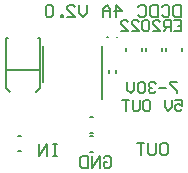
<source format=gbo>
G04*
G04 #@! TF.GenerationSoftware,Altium Limited,Altium Designer,20.0.7 (75)*
G04*
G04 Layer_Color=32896*
%FSLAX44Y44*%
%MOMM*%
G71*
G01*
G75*
%ADD10C,0.1500*%
%ADD11C,0.2000*%
%ADD35C,0.2032*%
%ADD36C,0.1800*%
D10*
X86502Y89609D02*
Y134849D01*
X36718Y104369D02*
Y134849D01*
D11*
X76250Y58250D02*
X78750D01*
X76250Y44750D02*
X78750D01*
X76250Y75000D02*
X78750D01*
X76250Y61500D02*
X78750D01*
X15750Y45500D02*
X18250D01*
X15750Y59000D02*
X18250D01*
X123860Y130359D02*
Y132859D01*
X137360Y130359D02*
Y132859D01*
X106860Y130359D02*
Y132859D01*
X120360Y130359D02*
Y132859D01*
X90983Y142108D02*
X91360Y142109D01*
X98860D02*
X99237Y142110D01*
X92110Y111609D02*
Y114609D01*
X98110Y111609D02*
Y114609D01*
X140860Y130359D02*
Y132859D01*
X154360Y130359D02*
Y132859D01*
X137502Y52747D02*
X140834D01*
X142500Y51081D01*
Y44416D01*
X140834Y42750D01*
X137502D01*
X135836Y44416D01*
Y51081D01*
X137502Y52747D01*
X132503D02*
Y44416D01*
X130837Y42750D01*
X127505D01*
X125839Y44416D01*
Y52747D01*
X122506D02*
X115842D01*
X119174D01*
Y42750D01*
X87836Y40081D02*
X89502Y41747D01*
X92834D01*
X94500Y40081D01*
Y33416D01*
X92834Y31750D01*
X89502D01*
X87836Y33416D01*
Y36748D01*
X91168D01*
X84503Y31750D02*
Y41747D01*
X77839Y31750D01*
Y41747D01*
X74506D02*
Y31750D01*
X69508D01*
X67842Y33416D01*
Y40081D01*
X69508Y41747D01*
X74506D01*
X48500Y51747D02*
X45168D01*
X46834D01*
Y41750D01*
X48500D01*
X45168D01*
X40169D02*
Y51747D01*
X33505Y41750D01*
Y51747D01*
D35*
X34210Y98959D02*
Y100829D01*
X30860Y95609D02*
X34210Y98959D01*
X5010D02*
Y100829D01*
Y98959D02*
X8360Y95609D01*
X32310Y141609D02*
X34210D01*
X5010D02*
X6910D01*
X5010Y100829D02*
Y141609D01*
X34210Y100829D02*
Y141609D01*
X5010Y114359D02*
X34210D01*
D36*
X149993Y103914D02*
X143995D01*
Y102414D01*
X149993Y96416D01*
Y94916D01*
X140996Y99415D02*
X134998D01*
X131999Y102414D02*
X130499Y103914D01*
X127500D01*
X126001Y102414D01*
Y100915D01*
X127500Y99415D01*
X129000D01*
X127500D01*
X126001Y97915D01*
Y96416D01*
X127500Y94916D01*
X130499D01*
X131999Y96416D01*
X123002Y102414D02*
X121502Y103914D01*
X118503D01*
X117004Y102414D01*
Y96416D01*
X118503Y94916D01*
X121502D01*
X123002Y96416D01*
Y102414D01*
X114005Y103914D02*
Y97915D01*
X111006Y94916D01*
X108007Y97915D01*
Y103914D01*
X148494Y88797D02*
X154492D01*
Y84298D01*
X151493Y85798D01*
X149993D01*
X148494Y84298D01*
Y81299D01*
X149993Y79800D01*
X152992D01*
X154492Y81299D01*
X145495Y88797D02*
Y82799D01*
X142496Y79800D01*
X139497Y82799D01*
Y88797D01*
X123002D02*
X126001D01*
X127500Y87298D01*
Y81299D01*
X126001Y79800D01*
X123002D01*
X121502Y81299D01*
Y87298D01*
X123002Y88797D01*
X118503D02*
Y81299D01*
X117004Y79800D01*
X114005D01*
X112505Y81299D01*
Y88797D01*
X109506D02*
X103508D01*
X106507D01*
Y79800D01*
X153700Y169547D02*
Y159550D01*
X148702D01*
X147036Y161216D01*
Y167881D01*
X148702Y169547D01*
X153700D01*
X137039Y167881D02*
X138705Y169547D01*
X142037D01*
X143703Y167881D01*
Y161216D01*
X142037Y159550D01*
X138705D01*
X137039Y161216D01*
X133706Y169547D02*
Y159550D01*
X128708D01*
X127042Y161216D01*
Y167881D01*
X128708Y169547D01*
X133706D01*
X117045Y167881D02*
X118711Y169547D01*
X122044D01*
X123710Y167881D01*
Y161216D01*
X122044Y159550D01*
X118711D01*
X117045Y161216D01*
X98718Y159550D02*
Y169547D01*
X103716Y164548D01*
X97052D01*
X93719Y159550D02*
Y166215D01*
X90387Y169547D01*
X87055Y166215D01*
Y159550D01*
Y164548D01*
X93719D01*
X73726Y169547D02*
Y162882D01*
X70394Y159550D01*
X67061Y162882D01*
Y169547D01*
X57064Y159550D02*
X63729D01*
X57064Y166215D01*
Y167881D01*
X58731Y169547D01*
X62063D01*
X63729Y167881D01*
X53732Y159550D02*
Y161216D01*
X52066D01*
Y159550D01*
X53732D01*
X45402Y167881D02*
X43735Y169547D01*
X40403D01*
X38737Y167881D01*
Y161216D01*
X40403Y159550D01*
X43735D01*
X45402Y161216D01*
Y167881D01*
X147702Y156547D02*
X153700D01*
Y147550D01*
X147702D01*
X153700Y152049D02*
X150701D01*
X144703Y147550D02*
Y156547D01*
X140204D01*
X138705Y155048D01*
Y152049D01*
X140204Y150549D01*
X144703D01*
X141704D02*
X138705Y147550D01*
X129708D02*
X135706D01*
X129708Y153548D01*
Y155048D01*
X131207Y156547D01*
X134206D01*
X135706Y155048D01*
X126709D02*
X125209Y156547D01*
X122210D01*
X120711Y155048D01*
Y149050D01*
X122210Y147550D01*
X125209D01*
X126709Y149050D01*
Y155048D01*
X111714Y147550D02*
X117712D01*
X111714Y153548D01*
Y155048D01*
X113213Y156547D01*
X116212D01*
X117712Y155048D01*
X102717Y147550D02*
X108715D01*
X102717Y153548D01*
Y155048D01*
X104216Y156547D01*
X107215D01*
X108715Y155048D01*
M02*

</source>
